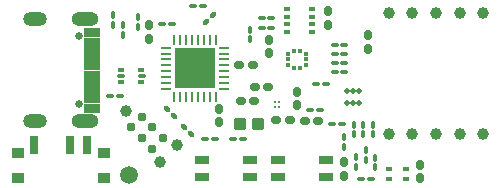
<source format=gbr>
%TF.GenerationSoftware,KiCad,Pcbnew,9.0.4*%
%TF.CreationDate,2025-08-29T23:53:31-07:00*%
%TF.ProjectId,WeatherPill,57656174-6865-4725-9069-6c6c2e6b6963,rev?*%
%TF.SameCoordinates,Original*%
%TF.FileFunction,Soldermask,Top*%
%TF.FilePolarity,Negative*%
%FSLAX46Y46*%
G04 Gerber Fmt 4.6, Leading zero omitted, Abs format (unit mm)*
G04 Created by KiCad (PCBNEW 9.0.4) date 2025-08-29 23:53:31*
%MOMM*%
%LPD*%
G01*
G04 APERTURE LIST*
G04 Aperture macros list*
%AMRoundRect*
0 Rectangle with rounded corners*
0 $1 Rounding radius*
0 $2 $3 $4 $5 $6 $7 $8 $9 X,Y pos of 4 corners*
0 Add a 4 corners polygon primitive as box body*
4,1,4,$2,$3,$4,$5,$6,$7,$8,$9,$2,$3,0*
0 Add four circle primitives for the rounded corners*
1,1,$1+$1,$2,$3*
1,1,$1+$1,$4,$5*
1,1,$1+$1,$6,$7*
1,1,$1+$1,$8,$9*
0 Add four rect primitives between the rounded corners*
20,1,$1+$1,$2,$3,$4,$5,0*
20,1,$1+$1,$4,$5,$6,$7,0*
20,1,$1+$1,$6,$7,$8,$9,0*
20,1,$1+$1,$8,$9,$2,$3,0*%
G04 Aperture macros list end*
%ADD10C,0.010000*%
%ADD11R,0.711200X1.498600*%
%ADD12R,0.990600X0.812800*%
%ADD13RoundRect,0.100000X0.100000X-0.217500X0.100000X0.217500X-0.100000X0.217500X-0.100000X-0.217500X0*%
%ADD14RoundRect,0.062500X0.375000X0.062500X-0.375000X0.062500X-0.375000X-0.062500X0.375000X-0.062500X0*%
%ADD15RoundRect,0.062500X0.062500X0.375000X-0.062500X0.375000X-0.062500X-0.375000X0.062500X-0.375000X0*%
%ADD16R,3.450000X3.450000*%
%ADD17RoundRect,0.160000X0.160000X-0.222500X0.160000X0.222500X-0.160000X0.222500X-0.160000X-0.222500X0*%
%ADD18RoundRect,0.100000X0.217500X0.100000X-0.217500X0.100000X-0.217500X-0.100000X0.217500X-0.100000X0*%
%ADD19RoundRect,0.100000X-0.217500X-0.100000X0.217500X-0.100000X0.217500X0.100000X-0.217500X0.100000X0*%
%ADD20RoundRect,0.100000X0.224506X-0.083085X-0.083085X0.224506X-0.224506X0.083085X0.083085X-0.224506X0*%
%ADD21RoundRect,0.102000X-0.400000X0.400000X-0.400000X-0.400000X0.400000X-0.400000X0.400000X0.400000X0*%
%ADD22R,0.500000X0.350000*%
%ADD23RoundRect,0.100000X0.083085X0.224506X-0.224506X-0.083085X-0.083085X-0.224506X0.224506X0.083085X0*%
%ADD24C,0.464000*%
%ADD25RoundRect,0.160000X-0.222500X-0.160000X0.222500X-0.160000X0.222500X0.160000X-0.222500X0.160000X0*%
%ADD26RoundRect,0.160000X0.222500X0.160000X-0.222500X0.160000X-0.222500X-0.160000X0.222500X-0.160000X0*%
%ADD27RoundRect,0.160000X-0.160000X0.222500X-0.160000X-0.222500X0.160000X-0.222500X0.160000X0.222500X0*%
%ADD28R,0.304800X0.381000*%
%ADD29R,0.355600X0.304800*%
%ADD30C,1.000000*%
%ADD31R,1.244600X0.660400*%
%ADD32RoundRect,0.100000X-0.100000X0.217500X-0.100000X-0.217500X0.100000X-0.217500X0.100000X0.217500X0*%
%ADD33R,0.500000X0.300000*%
%ADD34C,0.650000*%
%ADD35O,2.304000X1.204000*%
%ADD36O,2.004000X1.204000*%
%ADD37C,0.990600*%
%ADD38C,0.787400*%
%ADD39RoundRect,0.093750X-0.156250X-0.093750X0.156250X-0.093750X0.156250X0.093750X-0.156250X0.093750X0*%
%ADD40RoundRect,0.075000X-0.250000X-0.075000X0.250000X-0.075000X0.250000X0.075000X-0.250000X0.075000X0*%
%ADD41C,1.500000*%
%ADD42C,0.230000*%
G04 APERTURE END LIST*
D10*
%TO.C,J2*%
X27224000Y-69540000D02*
X25974000Y-69540000D01*
X25974000Y-68840000D01*
X27224000Y-68840000D01*
X27224000Y-69540000D01*
G36*
X27224000Y-69540000D02*
G01*
X25974000Y-69540000D01*
X25974000Y-68840000D01*
X27224000Y-68840000D01*
X27224000Y-69540000D01*
G37*
X27224000Y-70340000D02*
X25974000Y-70340000D01*
X25974000Y-69640000D01*
X27224000Y-69640000D01*
X27224000Y-70340000D01*
G36*
X27224000Y-70340000D02*
G01*
X25974000Y-70340000D01*
X25974000Y-69640000D01*
X27224000Y-69640000D01*
X27224000Y-70340000D01*
G37*
X27224000Y-70840000D02*
X25974000Y-70840000D01*
X25974000Y-70440000D01*
X27224000Y-70440000D01*
X27224000Y-70840000D01*
G36*
X27224000Y-70840000D02*
G01*
X25974000Y-70840000D01*
X25974000Y-70440000D01*
X27224000Y-70440000D01*
X27224000Y-70840000D01*
G37*
X27224000Y-71340000D02*
X25974000Y-71340000D01*
X25974000Y-70940000D01*
X27224000Y-70940000D01*
X27224000Y-71340000D01*
G36*
X27224000Y-71340000D02*
G01*
X25974000Y-71340000D01*
X25974000Y-70940000D01*
X27224000Y-70940000D01*
X27224000Y-71340000D01*
G37*
X27224000Y-71840000D02*
X25974000Y-71840000D01*
X25974000Y-71440000D01*
X27224000Y-71440000D01*
X27224000Y-71840000D01*
G36*
X27224000Y-71840000D02*
G01*
X25974000Y-71840000D01*
X25974000Y-71440000D01*
X27224000Y-71440000D01*
X27224000Y-71840000D01*
G37*
X27224000Y-72340000D02*
X25974000Y-72340000D01*
X25974000Y-71940000D01*
X27224000Y-71940000D01*
X27224000Y-72340000D01*
G36*
X27224000Y-72340000D02*
G01*
X25974000Y-72340000D01*
X25974000Y-71940000D01*
X27224000Y-71940000D01*
X27224000Y-72340000D01*
G37*
X27224000Y-72840000D02*
X25974000Y-72840000D01*
X25974000Y-72440000D01*
X27224000Y-72440000D01*
X27224000Y-72840000D01*
G36*
X27224000Y-72840000D02*
G01*
X25974000Y-72840000D01*
X25974000Y-72440000D01*
X27224000Y-72440000D01*
X27224000Y-72840000D01*
G37*
X27224000Y-73340000D02*
X25974000Y-73340000D01*
X25974000Y-72940000D01*
X27224000Y-72940000D01*
X27224000Y-73340000D01*
G36*
X27224000Y-73340000D02*
G01*
X25974000Y-73340000D01*
X25974000Y-72940000D01*
X27224000Y-72940000D01*
X27224000Y-73340000D01*
G37*
X27224000Y-73840000D02*
X25974000Y-73840000D01*
X25974000Y-73440000D01*
X27224000Y-73440000D01*
X27224000Y-73840000D01*
G36*
X27224000Y-73840000D02*
G01*
X25974000Y-73840000D01*
X25974000Y-73440000D01*
X27224000Y-73440000D01*
X27224000Y-73840000D01*
G37*
X27224000Y-74340000D02*
X25974000Y-74340000D01*
X25974000Y-73940000D01*
X27224000Y-73940000D01*
X27224000Y-74340000D01*
G36*
X27224000Y-74340000D02*
G01*
X25974000Y-74340000D01*
X25974000Y-73940000D01*
X27224000Y-73940000D01*
X27224000Y-74340000D01*
G37*
X27224000Y-75140000D02*
X25974000Y-75140000D01*
X25974000Y-74440000D01*
X27224000Y-74440000D01*
X27224000Y-75140000D01*
G36*
X27224000Y-75140000D02*
G01*
X25974000Y-75140000D01*
X25974000Y-74440000D01*
X27224000Y-74440000D01*
X27224000Y-75140000D01*
G37*
X27224000Y-75940000D02*
X25974000Y-75940000D01*
X25974000Y-75240000D01*
X27224000Y-75240000D01*
X27224000Y-75940000D01*
G36*
X27224000Y-75940000D02*
G01*
X25974000Y-75940000D01*
X25974000Y-75240000D01*
X27224000Y-75240000D01*
X27224000Y-75940000D01*
G37*
%TD*%
D11*
%TO.C,SW1*%
X21749997Y-78750000D03*
X24750000Y-78750000D03*
X26250000Y-78750000D03*
D12*
X20350000Y-79450001D03*
X27650000Y-79450001D03*
X20350020Y-81549999D03*
X27649980Y-81549999D03*
%TD*%
D13*
%TO.C,R19*%
X28448000Y-68565000D03*
X28448000Y-67750000D03*
%TD*%
D14*
%TO.C,U8*%
X37787500Y-74000000D03*
X37787500Y-73500000D03*
X37787500Y-73000000D03*
X37787500Y-72500000D03*
X37787500Y-72000000D03*
X37787500Y-71500000D03*
X37787500Y-71000000D03*
X37787500Y-70500000D03*
D15*
X37100000Y-69812500D03*
X36600000Y-69812500D03*
X36100000Y-69812500D03*
X35600000Y-69812500D03*
X35100000Y-69812500D03*
X34600000Y-69812500D03*
X34100000Y-69812500D03*
X33600000Y-69812500D03*
D14*
X32912500Y-70500000D03*
X32912500Y-71000000D03*
X32912500Y-71500000D03*
X32912500Y-72000000D03*
X32912500Y-72500000D03*
X32912500Y-73000000D03*
X32912500Y-73500000D03*
X32912500Y-74000000D03*
D15*
X33600000Y-74687500D03*
X34100000Y-74687500D03*
X34600000Y-74687500D03*
X35100000Y-74687500D03*
X35600000Y-74687500D03*
X36100000Y-74687500D03*
X36600000Y-74687500D03*
X37100000Y-74687500D03*
D16*
X35350000Y-72250000D03*
%TD*%
D17*
%TO.C,C7*%
X46600000Y-68572500D03*
X46600000Y-67427500D03*
%TD*%
D18*
%TO.C,R18*%
X41807500Y-68800000D03*
X40992500Y-68800000D03*
%TD*%
D19*
%TO.C,R37*%
X47192500Y-71050000D03*
X48007500Y-71050000D03*
%TD*%
%TO.C,R38*%
X47192500Y-70300000D03*
X48007500Y-70300000D03*
%TD*%
D18*
%TO.C,R2*%
X39407500Y-78200000D03*
X38592500Y-78200000D03*
%TD*%
D17*
%TO.C,C6*%
X48000000Y-81322500D03*
X48000000Y-80177500D03*
%TD*%
D13*
%TO.C,R11*%
X49000000Y-80607500D03*
X49000000Y-79792500D03*
%TD*%
D20*
%TO.C,R9*%
X35038146Y-77788146D03*
X34461854Y-77211854D03*
%TD*%
D21*
%TO.C,D1*%
X39200000Y-77000000D03*
X40700000Y-77000000D03*
%TD*%
D22*
%TO.C,U5*%
X43175000Y-69175000D03*
X43175000Y-68525000D03*
X43175000Y-67875000D03*
X43175000Y-67225000D03*
X45225000Y-67225000D03*
X45225000Y-67875000D03*
X45225000Y-68525000D03*
X45225000Y-69175000D03*
%TD*%
D23*
%TO.C,R16*%
X36888146Y-67711854D03*
X36311854Y-68288146D03*
%TD*%
D17*
%TO.C,C1*%
X31500000Y-69750000D03*
X31500000Y-68605000D03*
%TD*%
D18*
%TO.C,R3*%
X29007500Y-74600000D03*
X28192500Y-74600000D03*
%TD*%
D19*
%TO.C,R29*%
X36192500Y-78200000D03*
X37007500Y-78200000D03*
%TD*%
D24*
%TO.C,U6*%
X49200000Y-74200000D03*
X49200000Y-75200000D03*
X48700000Y-74200000D03*
X48700000Y-75200000D03*
X48200000Y-74200000D03*
X48200000Y-75200000D03*
%TD*%
D25*
%TO.C,C5*%
X44627500Y-76750000D03*
X45772500Y-76750000D03*
%TD*%
D13*
%TO.C,R33*%
X48800000Y-77840000D03*
X48800000Y-77025000D03*
%TD*%
D18*
%TO.C,R15*%
X45907500Y-75750000D03*
X45092500Y-75750000D03*
%TD*%
D26*
%TO.C,C11*%
X40372500Y-75000000D03*
X39227500Y-75000000D03*
%TD*%
D13*
%TO.C,R10*%
X50600000Y-80615000D03*
X50600000Y-79800000D03*
%TD*%
D27*
%TO.C,C2*%
X37400000Y-75677500D03*
X37400000Y-76822500D03*
%TD*%
D28*
%TO.C,U7*%
X43723001Y-72260300D03*
X44223001Y-72260300D03*
D29*
X44746002Y-71999998D03*
X44746002Y-71499999D03*
X44746002Y-71000000D03*
D28*
X44223001Y-70739698D03*
X43723001Y-70739698D03*
D29*
X43200000Y-71000000D03*
X43200000Y-71499999D03*
X43200000Y-71999998D03*
%TD*%
D13*
%TO.C,R13*%
X48000000Y-78907500D03*
X48000000Y-78092500D03*
%TD*%
D30*
%TO.C,L1*%
X51750000Y-67575000D03*
X53750000Y-67575000D03*
X55750000Y-67575000D03*
X57750000Y-67575000D03*
X59750000Y-67575000D03*
X51750000Y-77825000D03*
X53750000Y-77825000D03*
X55750000Y-77825000D03*
X57750000Y-77825000D03*
X59750000Y-77825000D03*
%TD*%
D31*
%TO.C,SW4*%
X42407200Y-80009999D03*
X46471200Y-80009999D03*
X42407200Y-81490001D03*
X46471200Y-81490001D03*
%TD*%
D18*
%TO.C,R7*%
X33407500Y-68500000D03*
X32592500Y-68500000D03*
%TD*%
D32*
%TO.C,R31*%
X50400000Y-77025000D03*
X50400000Y-77840000D03*
%TD*%
%TO.C,R6*%
X30500000Y-67935000D03*
X30500000Y-68750000D03*
%TD*%
D33*
%TO.C,U3*%
X51800000Y-80800000D03*
X51800000Y-81600000D03*
X53200000Y-81600000D03*
X53200000Y-80800000D03*
%TD*%
D25*
%TO.C,C3*%
X39105000Y-72000000D03*
X40250000Y-72000000D03*
%TD*%
%TO.C,C13*%
X42227500Y-76600000D03*
X43372500Y-76600000D03*
%TD*%
D34*
%TO.C,J2*%
X25524000Y-69500000D03*
X25524000Y-75280000D03*
D35*
X26024000Y-68070000D03*
X26024000Y-76710000D03*
D36*
X21844000Y-68070000D03*
X21844000Y-76710000D03*
%TD*%
D31*
%TO.C,SW3*%
X35936000Y-80009999D03*
X40000000Y-80009999D03*
X35936000Y-81490001D03*
X40000000Y-81490001D03*
%TD*%
D37*
%TO.C,J1*%
X29504936Y-75902962D03*
X33815459Y-78776644D03*
X32378618Y-80213485D03*
D38*
X29953949Y-77250000D03*
X30851974Y-76351975D03*
X30851974Y-78148026D03*
X31750000Y-77250000D03*
X31750000Y-79046051D03*
X32648025Y-78148026D03*
%TD*%
D13*
%TO.C,R12*%
X49800000Y-80007500D03*
X49800000Y-79192500D03*
%TD*%
D39*
%TO.C,U1*%
X29122000Y-72360500D03*
D40*
X29047000Y-72898000D03*
D39*
X29122000Y-73435500D03*
X30822000Y-73435500D03*
D40*
X30897000Y-72898000D03*
D39*
X30822000Y-72360500D03*
%TD*%
D25*
%TO.C,C10*%
X40427500Y-73800000D03*
X41572500Y-73800000D03*
%TD*%
D18*
%TO.C,R14*%
X36007500Y-67000000D03*
X35192500Y-67000000D03*
%TD*%
%TO.C,R1*%
X50240000Y-81600000D03*
X49425000Y-81600000D03*
%TD*%
D19*
%TO.C,R34*%
X47192500Y-71800000D03*
X48007500Y-71800000D03*
%TD*%
D41*
%TO.C,TP2*%
X29750000Y-81250000D03*
%TD*%
D18*
%TO.C,R32*%
X46407500Y-73600000D03*
X45592500Y-73600000D03*
%TD*%
D17*
%TO.C,C12*%
X44000000Y-75372500D03*
X44000000Y-74227500D03*
%TD*%
D19*
%TO.C,R36*%
X47192500Y-72550000D03*
X48007500Y-72550000D03*
%TD*%
D18*
%TO.C,R17*%
X41807500Y-68000000D03*
X40992500Y-68000000D03*
%TD*%
D42*
%TO.C,U4*%
X42500000Y-75500000D03*
X42099998Y-75500000D03*
X42500000Y-75099998D03*
X42099998Y-75099998D03*
%TD*%
D32*
%TO.C,R30*%
X49600000Y-77025000D03*
X49600000Y-77840000D03*
%TD*%
D27*
%TO.C,C4*%
X54400000Y-80427499D03*
X54400000Y-81572501D03*
%TD*%
D13*
%TO.C,R35*%
X40000000Y-69807500D03*
X40000000Y-68992500D03*
%TD*%
D27*
%TO.C,C8*%
X50000000Y-69427500D03*
X50000000Y-70572500D03*
%TD*%
D13*
%TO.C,R4*%
X29250000Y-69407500D03*
X29250000Y-68592500D03*
%TD*%
D20*
%TO.C,R20*%
X33538146Y-76288146D03*
X32961854Y-75711854D03*
%TD*%
D19*
%TO.C,R8*%
X46992500Y-77000000D03*
X47807500Y-77000000D03*
%TD*%
D27*
%TO.C,C9*%
X41600000Y-69827500D03*
X41600000Y-70972500D03*
%TD*%
M02*

</source>
